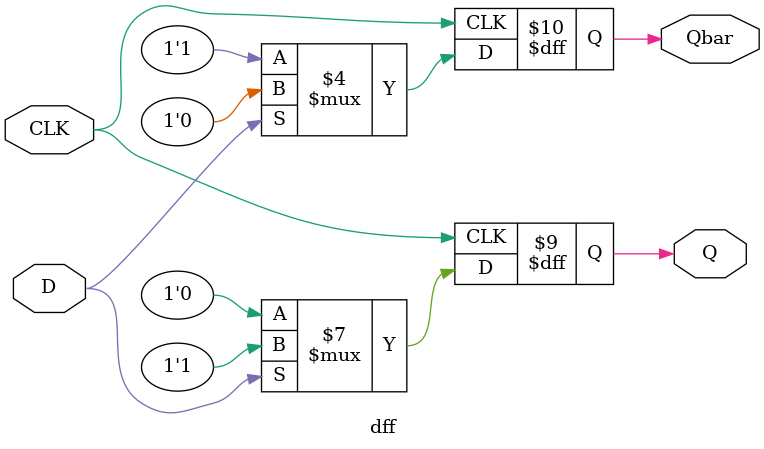
<source format=v>
`timescale 1ns / 1ps

module dff(
    input CLK,
    input D,
    output reg Q,
    output reg Qbar
    );
    
    always @(posedge CLK) begin
        if (D==1) begin
            Q<=1;
            Qbar<=0;
        end
        else begin
            Q<=0;
            Qbar<=1;
        end
    end
endmodule

</source>
